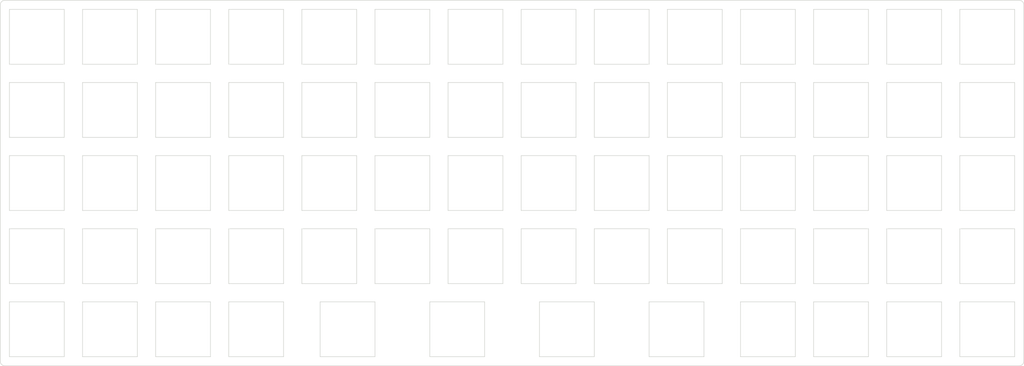
<source format=kicad_pcb>
(kicad_pcb (version 4) (host pcbnew 4.0.6)

  (general
    (links 0)
    (no_connects 0)
    (area 16.593749 18.974999 283.443751 114.375001)
    (thickness 1.6)
    (drawings 280)
    (tracks 0)
    (zones 0)
    (modules 0)
    (nets 1)
  )

  (page A4)
  (layers
    (0 F.Cu signal)
    (31 B.Cu signal)
    (32 B.Adhes user)
    (33 F.Adhes user)
    (34 B.Paste user)
    (35 F.Paste user)
    (36 B.SilkS user)
    (37 F.SilkS user)
    (38 B.Mask user)
    (39 F.Mask user)
    (40 Dwgs.User user)
    (41 Cmts.User user)
    (42 Eco1.User user)
    (43 Eco2.User user)
    (44 Edge.Cuts user)
    (45 Margin user)
    (46 B.CrtYd user)
    (47 F.CrtYd user)
    (48 B.Fab user)
    (49 F.Fab user)
  )

  (setup
    (last_trace_width 0.25)
    (trace_clearance 0.2)
    (zone_clearance 0.508)
    (zone_45_only no)
    (trace_min 0.2)
    (segment_width 0.2)
    (edge_width 0.15)
    (via_size 0.6)
    (via_drill 0.4)
    (via_min_size 0.4)
    (via_min_drill 0.3)
    (uvia_size 0.3)
    (uvia_drill 0.1)
    (uvias_allowed no)
    (uvia_min_size 0.2)
    (uvia_min_drill 0.1)
    (pcb_text_width 0.3)
    (pcb_text_size 1.5 1.5)
    (mod_edge_width 0.15)
    (mod_text_size 1 1)
    (mod_text_width 0.15)
    (pad_size 1.524 1.524)
    (pad_drill 0.762)
    (pad_to_mask_clearance 0.2)
    (aux_axis_origin 0 0)
    (visible_elements 7FFFFFFF)
    (pcbplotparams
      (layerselection 0x010fc_80000001)
      (usegerberextensions true)
      (excludeedgelayer true)
      (linewidth 0.100000)
      (plotframeref false)
      (viasonmask false)
      (mode 1)
      (useauxorigin false)
      (hpglpennumber 1)
      (hpglpenspeed 20)
      (hpglpendiameter 15)
      (hpglpenoverlay 2)
      (psnegative false)
      (psa4output false)
      (plotreference true)
      (plotvalue true)
      (plotinvisibletext false)
      (padsonsilk false)
      (subtractmaskfromsilk false)
      (outputformat 1)
      (mirror false)
      (drillshape 0)
      (scaleselection 1)
      (outputdirectory gerber/))
  )

  (net 0 "")

  (net_class Default "This is the default net class."
    (clearance 0.2)
    (trace_width 0.25)
    (via_dia 0.6)
    (via_drill 0.4)
    (uvia_dia 0.3)
    (uvia_drill 0.1)
  )

  (gr_line (start 266.7 111.91875) (end 266.7 97.63125) (angle 90) (layer Edge.Cuts) (width 0.15))
  (gr_line (start 280.9875 111.91875) (end 266.7 111.91875) (angle 90) (layer Edge.Cuts) (width 0.15))
  (gr_line (start 280.9875 97.63125) (end 280.9875 111.91875) (angle 90) (layer Edge.Cuts) (width 0.15))
  (gr_line (start 266.7 97.63125) (end 280.9875 97.63125) (angle 90) (layer Edge.Cuts) (width 0.15))
  (gr_line (start 247.65 111.91875) (end 247.65 97.63125) (angle 90) (layer Edge.Cuts) (width 0.15))
  (gr_line (start 261.9375 111.91875) (end 247.65 111.91875) (angle 90) (layer Edge.Cuts) (width 0.15))
  (gr_line (start 261.9375 97.63125) (end 261.9375 111.91875) (angle 90) (layer Edge.Cuts) (width 0.15))
  (gr_line (start 247.65 97.63125) (end 261.9375 97.63125) (angle 90) (layer Edge.Cuts) (width 0.15))
  (gr_line (start 228.6 111.91875) (end 228.6 97.63125) (angle 90) (layer Edge.Cuts) (width 0.15))
  (gr_line (start 242.8875 111.91875) (end 228.6 111.91875) (angle 90) (layer Edge.Cuts) (width 0.15))
  (gr_line (start 242.8875 97.63125) (end 242.8875 111.91875) (angle 90) (layer Edge.Cuts) (width 0.15))
  (gr_line (start 228.6 97.63125) (end 242.8875 97.63125) (angle 90) (layer Edge.Cuts) (width 0.15))
  (gr_line (start 209.55 111.91875) (end 209.55 97.63125) (angle 90) (layer Edge.Cuts) (width 0.15))
  (gr_line (start 223.8375 111.91875) (end 209.55 111.91875) (angle 90) (layer Edge.Cuts) (width 0.15))
  (gr_line (start 223.8375 97.63125) (end 223.8375 111.91875) (angle 90) (layer Edge.Cuts) (width 0.15))
  (gr_line (start 209.55 97.63125) (end 223.8375 97.63125) (angle 90) (layer Edge.Cuts) (width 0.15))
  (gr_line (start 185.7375 111.91875) (end 185.7375 97.63125) (angle 90) (layer Edge.Cuts) (width 0.15))
  (gr_line (start 200.025 111.91875) (end 185.7375 111.91875) (angle 90) (layer Edge.Cuts) (width 0.15))
  (gr_line (start 200.025 97.63125) (end 200.025 111.91875) (angle 90) (layer Edge.Cuts) (width 0.15))
  (gr_line (start 185.7375 97.63125) (end 200.025 97.63125) (angle 90) (layer Edge.Cuts) (width 0.15))
  (gr_line (start 157.1625 111.91875) (end 157.1625 97.63125) (angle 90) (layer Edge.Cuts) (width 0.15))
  (gr_line (start 171.45 111.91875) (end 157.1625 111.91875) (angle 90) (layer Edge.Cuts) (width 0.15))
  (gr_line (start 171.45 97.63125) (end 171.45 111.91875) (angle 90) (layer Edge.Cuts) (width 0.15))
  (gr_line (start 157.1625 97.63125) (end 171.45 97.63125) (angle 90) (layer Edge.Cuts) (width 0.15))
  (gr_line (start 128.5875 111.91875) (end 128.5875 97.63125) (angle 90) (layer Edge.Cuts) (width 0.15))
  (gr_line (start 142.875 111.91875) (end 128.5875 111.91875) (angle 90) (layer Edge.Cuts) (width 0.15))
  (gr_line (start 142.875 97.63125) (end 142.875 111.91875) (angle 90) (layer Edge.Cuts) (width 0.15))
  (gr_line (start 128.5875 97.63125) (end 142.875 97.63125) (angle 90) (layer Edge.Cuts) (width 0.15))
  (gr_line (start 100.0125 111.91875) (end 100.0125 97.63125) (angle 90) (layer Edge.Cuts) (width 0.15))
  (gr_line (start 114.3 111.91875) (end 100.0125 111.91875) (angle 90) (layer Edge.Cuts) (width 0.15))
  (gr_line (start 114.3 97.63125) (end 114.3 111.91875) (angle 90) (layer Edge.Cuts) (width 0.15))
  (gr_line (start 100.0125 97.63125) (end 114.3 97.63125) (angle 90) (layer Edge.Cuts) (width 0.15))
  (gr_line (start 76.2 111.91875) (end 76.2 97.63125) (angle 90) (layer Edge.Cuts) (width 0.15))
  (gr_line (start 90.4875 111.91875) (end 76.2 111.91875) (angle 90) (layer Edge.Cuts) (width 0.15))
  (gr_line (start 90.4875 97.63125) (end 90.4875 111.91875) (angle 90) (layer Edge.Cuts) (width 0.15))
  (gr_line (start 76.2 97.63125) (end 90.4875 97.63125) (angle 90) (layer Edge.Cuts) (width 0.15))
  (gr_line (start 57.15 111.91875) (end 57.15 97.63125) (angle 90) (layer Edge.Cuts) (width 0.15))
  (gr_line (start 71.4375 111.91875) (end 57.15 111.91875) (angle 90) (layer Edge.Cuts) (width 0.15))
  (gr_line (start 71.4375 97.63125) (end 71.4375 111.91875) (angle 90) (layer Edge.Cuts) (width 0.15))
  (gr_line (start 57.15 97.63125) (end 71.4375 97.63125) (angle 90) (layer Edge.Cuts) (width 0.15))
  (gr_line (start 38.1 111.91875) (end 38.1 97.63125) (angle 90) (layer Edge.Cuts) (width 0.15))
  (gr_line (start 52.3875 111.91875) (end 38.1 111.91875) (angle 90) (layer Edge.Cuts) (width 0.15))
  (gr_line (start 52.3875 97.63125) (end 52.3875 111.91875) (angle 90) (layer Edge.Cuts) (width 0.15))
  (gr_line (start 38.1 97.63125) (end 52.3875 97.63125) (angle 90) (layer Edge.Cuts) (width 0.15))
  (gr_line (start 19.05 111.91875) (end 19.05 97.63125) (angle 90) (layer Edge.Cuts) (width 0.15))
  (gr_line (start 33.3375 111.91875) (end 19.05 111.91875) (angle 90) (layer Edge.Cuts) (width 0.15))
  (gr_line (start 33.3375 97.63125) (end 33.3375 111.91875) (angle 90) (layer Edge.Cuts) (width 0.15))
  (gr_line (start 19.05 97.63125) (end 33.3375 97.63125) (angle 90) (layer Edge.Cuts) (width 0.15))
  (gr_line (start 266.7 92.86875) (end 266.7 78.58125) (angle 90) (layer Edge.Cuts) (width 0.15))
  (gr_line (start 280.9875 92.86875) (end 266.7 92.86875) (angle 90) (layer Edge.Cuts) (width 0.15))
  (gr_line (start 280.9875 78.58125) (end 280.9875 92.86875) (angle 90) (layer Edge.Cuts) (width 0.15))
  (gr_line (start 266.7 78.58125) (end 280.9875 78.58125) (angle 90) (layer Edge.Cuts) (width 0.15))
  (gr_line (start 247.65 92.86875) (end 247.65 78.58125) (angle 90) (layer Edge.Cuts) (width 0.15))
  (gr_line (start 261.9375 92.86875) (end 247.65 92.86875) (angle 90) (layer Edge.Cuts) (width 0.15))
  (gr_line (start 261.9375 78.58125) (end 261.9375 92.86875) (angle 90) (layer Edge.Cuts) (width 0.15))
  (gr_line (start 247.65 78.58125) (end 261.9375 78.58125) (angle 90) (layer Edge.Cuts) (width 0.15))
  (gr_line (start 228.6 92.86875) (end 228.6 78.58125) (angle 90) (layer Edge.Cuts) (width 0.15))
  (gr_line (start 242.8875 92.86875) (end 228.6 92.86875) (angle 90) (layer Edge.Cuts) (width 0.15))
  (gr_line (start 242.8875 78.58125) (end 242.8875 92.86875) (angle 90) (layer Edge.Cuts) (width 0.15))
  (gr_line (start 228.6 78.58125) (end 242.8875 78.58125) (angle 90) (layer Edge.Cuts) (width 0.15))
  (gr_line (start 209.55 92.86875) (end 209.55 78.58125) (angle 90) (layer Edge.Cuts) (width 0.15))
  (gr_line (start 223.8375 92.86875) (end 209.55 92.86875) (angle 90) (layer Edge.Cuts) (width 0.15))
  (gr_line (start 223.8375 78.58125) (end 223.8375 92.86875) (angle 90) (layer Edge.Cuts) (width 0.15))
  (gr_line (start 209.55 78.58125) (end 223.8375 78.58125) (angle 90) (layer Edge.Cuts) (width 0.15))
  (gr_line (start 190.5 78.58125) (end 204.7875 78.58125) (angle 90) (layer Edge.Cuts) (width 0.15))
  (gr_line (start 190.5 92.86875) (end 190.5 78.58125) (angle 90) (layer Edge.Cuts) (width 0.15))
  (gr_line (start 204.7875 92.86875) (end 190.5 92.86875) (angle 90) (layer Edge.Cuts) (width 0.15))
  (gr_line (start 204.7875 78.58125) (end 204.7875 92.86875) (angle 90) (layer Edge.Cuts) (width 0.15))
  (gr_line (start 171.45 92.86875) (end 171.45 78.58125) (angle 90) (layer Edge.Cuts) (width 0.15))
  (gr_line (start 185.7375 92.86875) (end 171.45 92.86875) (angle 90) (layer Edge.Cuts) (width 0.15))
  (gr_line (start 185.7375 78.58125) (end 185.7375 92.86875) (angle 90) (layer Edge.Cuts) (width 0.15))
  (gr_line (start 171.45 78.58125) (end 185.7375 78.58125) (angle 90) (layer Edge.Cuts) (width 0.15))
  (gr_line (start 152.4 92.86875) (end 152.4 78.58125) (angle 90) (layer Edge.Cuts) (width 0.15))
  (gr_line (start 166.6875 92.86875) (end 152.4 92.86875) (angle 90) (layer Edge.Cuts) (width 0.15))
  (gr_line (start 166.6875 78.58125) (end 166.6875 92.86875) (angle 90) (layer Edge.Cuts) (width 0.15))
  (gr_line (start 152.4 78.58125) (end 166.6875 78.58125) (angle 90) (layer Edge.Cuts) (width 0.15))
  (gr_line (start 133.35 92.86875) (end 133.35 78.58125) (angle 90) (layer Edge.Cuts) (width 0.15))
  (gr_line (start 147.6375 92.86875) (end 133.35 92.86875) (angle 90) (layer Edge.Cuts) (width 0.15))
  (gr_line (start 147.6375 78.58125) (end 147.6375 92.86875) (angle 90) (layer Edge.Cuts) (width 0.15))
  (gr_line (start 133.35 78.58125) (end 147.6375 78.58125) (angle 90) (layer Edge.Cuts) (width 0.15))
  (gr_line (start 114.3 92.86875) (end 114.3 78.58125) (angle 90) (layer Edge.Cuts) (width 0.15))
  (gr_line (start 128.5875 92.86875) (end 114.3 92.86875) (angle 90) (layer Edge.Cuts) (width 0.15))
  (gr_line (start 128.5875 78.58125) (end 128.5875 92.86875) (angle 90) (layer Edge.Cuts) (width 0.15))
  (gr_line (start 114.3 78.58125) (end 128.5875 78.58125) (angle 90) (layer Edge.Cuts) (width 0.15))
  (gr_line (start 95.25 92.86875) (end 95.25 78.58125) (angle 90) (layer Edge.Cuts) (width 0.15))
  (gr_line (start 109.5375 92.86875) (end 95.25 92.86875) (angle 90) (layer Edge.Cuts) (width 0.15))
  (gr_line (start 109.5375 78.58125) (end 109.5375 92.86875) (angle 90) (layer Edge.Cuts) (width 0.15))
  (gr_line (start 95.25 78.58125) (end 109.5375 78.58125) (angle 90) (layer Edge.Cuts) (width 0.15))
  (gr_line (start 76.2 92.86875) (end 76.2 78.58125) (angle 90) (layer Edge.Cuts) (width 0.15))
  (gr_line (start 90.4875 92.86875) (end 76.2 92.86875) (angle 90) (layer Edge.Cuts) (width 0.15))
  (gr_line (start 90.4875 78.58125) (end 90.4875 92.86875) (angle 90) (layer Edge.Cuts) (width 0.15))
  (gr_line (start 76.2 78.58125) (end 90.4875 78.58125) (angle 90) (layer Edge.Cuts) (width 0.15))
  (gr_line (start 57.15 92.86875) (end 57.15 78.58125) (angle 90) (layer Edge.Cuts) (width 0.15))
  (gr_line (start 71.4375 92.86875) (end 57.15 92.86875) (angle 90) (layer Edge.Cuts) (width 0.15))
  (gr_line (start 71.4375 78.58125) (end 71.4375 92.86875) (angle 90) (layer Edge.Cuts) (width 0.15))
  (gr_line (start 57.15 78.58125) (end 71.4375 78.58125) (angle 90) (layer Edge.Cuts) (width 0.15))
  (gr_line (start 38.1 92.86875) (end 38.1 78.58125) (angle 90) (layer Edge.Cuts) (width 0.15))
  (gr_line (start 52.3875 92.86875) (end 38.1 92.86875) (angle 90) (layer Edge.Cuts) (width 0.15))
  (gr_line (start 52.3875 78.58125) (end 52.3875 92.86875) (angle 90) (layer Edge.Cuts) (width 0.15))
  (gr_line (start 38.1 78.58125) (end 52.3875 78.58125) (angle 90) (layer Edge.Cuts) (width 0.15))
  (gr_line (start 19.05 92.86875) (end 19.05 78.58125) (angle 90) (layer Edge.Cuts) (width 0.15))
  (gr_line (start 33.3375 92.86875) (end 19.05 92.86875) (angle 90) (layer Edge.Cuts) (width 0.15))
  (gr_line (start 33.3375 78.58125) (end 33.3375 92.86875) (angle 90) (layer Edge.Cuts) (width 0.15))
  (gr_line (start 19.05 78.58125) (end 33.3375 78.58125) (angle 90) (layer Edge.Cuts) (width 0.15))
  (gr_line (start 19.05 73.81875) (end 19.05 59.53125) (angle 90) (layer Edge.Cuts) (width 0.15))
  (gr_line (start 33.3375 73.81875) (end 19.05 73.81875) (angle 90) (layer Edge.Cuts) (width 0.15))
  (gr_line (start 33.3375 59.53125) (end 33.3375 73.81875) (angle 90) (layer Edge.Cuts) (width 0.15))
  (gr_line (start 19.05 59.53125) (end 33.3375 59.53125) (angle 90) (layer Edge.Cuts) (width 0.15))
  (gr_line (start 38.1 59.53125) (end 52.3875 59.53125) (angle 90) (layer Edge.Cuts) (width 0.15))
  (gr_line (start 38.1 73.81875) (end 38.1 59.53125) (angle 90) (layer Edge.Cuts) (width 0.15))
  (gr_line (start 52.3875 73.81875) (end 38.1 73.81875) (angle 90) (layer Edge.Cuts) (width 0.15))
  (gr_line (start 52.3875 59.53125) (end 52.3875 73.81875) (angle 90) (layer Edge.Cuts) (width 0.15))
  (gr_line (start 57.15 59.53125) (end 71.4375 59.53125) (angle 90) (layer Edge.Cuts) (width 0.15))
  (gr_line (start 57.15 73.81875) (end 57.15 59.53125) (angle 90) (layer Edge.Cuts) (width 0.15))
  (gr_line (start 71.4375 73.81875) (end 57.15 73.81875) (angle 90) (layer Edge.Cuts) (width 0.15))
  (gr_line (start 71.4375 59.53125) (end 71.4375 73.81875) (angle 90) (layer Edge.Cuts) (width 0.15))
  (gr_line (start 76.2 59.53125) (end 90.4875 59.53125) (angle 90) (layer Edge.Cuts) (width 0.15))
  (gr_line (start 76.2 73.81875) (end 76.2 59.53125) (angle 90) (layer Edge.Cuts) (width 0.15))
  (gr_line (start 90.4875 73.81875) (end 76.2 73.81875) (angle 90) (layer Edge.Cuts) (width 0.15))
  (gr_line (start 90.4875 59.53125) (end 90.4875 73.81875) (angle 90) (layer Edge.Cuts) (width 0.15))
  (gr_line (start 95.25 59.53125) (end 109.5375 59.53125) (angle 90) (layer Edge.Cuts) (width 0.15))
  (gr_line (start 95.25 73.81875) (end 95.25 59.53125) (angle 90) (layer Edge.Cuts) (width 0.15))
  (gr_line (start 109.5375 73.81875) (end 95.25 73.81875) (angle 90) (layer Edge.Cuts) (width 0.15))
  (gr_line (start 109.5375 59.53125) (end 109.5375 73.81875) (angle 90) (layer Edge.Cuts) (width 0.15))
  (gr_line (start 114.3 59.53125) (end 128.5875 59.53125) (angle 90) (layer Edge.Cuts) (width 0.15))
  (gr_line (start 114.3 73.81875) (end 114.3 59.53125) (angle 90) (layer Edge.Cuts) (width 0.15))
  (gr_line (start 128.5875 73.81875) (end 114.3 73.81875) (angle 90) (layer Edge.Cuts) (width 0.15))
  (gr_line (start 128.5875 59.53125) (end 128.5875 73.81875) (angle 90) (layer Edge.Cuts) (width 0.15))
  (gr_line (start 133.35 59.53125) (end 147.6375 59.53125) (angle 90) (layer Edge.Cuts) (width 0.15))
  (gr_line (start 133.35 73.81875) (end 133.35 59.53125) (angle 90) (layer Edge.Cuts) (width 0.15))
  (gr_line (start 147.6375 73.81875) (end 133.35 73.81875) (angle 90) (layer Edge.Cuts) (width 0.15))
  (gr_line (start 147.6375 59.53125) (end 147.6375 73.81875) (angle 90) (layer Edge.Cuts) (width 0.15))
  (gr_line (start 152.4 59.53125) (end 166.6875 59.53125) (angle 90) (layer Edge.Cuts) (width 0.15))
  (gr_line (start 152.4 73.81875) (end 152.4 59.53125) (angle 90) (layer Edge.Cuts) (width 0.15))
  (gr_line (start 166.6875 73.81875) (end 152.4 73.81875) (angle 90) (layer Edge.Cuts) (width 0.15))
  (gr_line (start 166.6875 59.53125) (end 166.6875 73.81875) (angle 90) (layer Edge.Cuts) (width 0.15))
  (gr_line (start 185.7375 73.81875) (end 185.7375 59.53125) (angle 90) (layer Edge.Cuts) (width 0.15))
  (gr_line (start 171.45 73.81875) (end 185.7375 73.81875) (angle 90) (layer Edge.Cuts) (width 0.15))
  (gr_line (start 171.45 59.53125) (end 171.45 73.81875) (angle 90) (layer Edge.Cuts) (width 0.15))
  (gr_line (start 185.7375 59.53125) (end 171.45 59.53125) (angle 90) (layer Edge.Cuts) (width 0.15))
  (gr_line (start 190.5 59.53125) (end 204.7875 59.53125) (angle 90) (layer Edge.Cuts) (width 0.15))
  (gr_line (start 190.5 73.81875) (end 190.5 59.53125) (angle 90) (layer Edge.Cuts) (width 0.15))
  (gr_line (start 204.7875 73.81875) (end 190.5 73.81875) (angle 90) (layer Edge.Cuts) (width 0.15))
  (gr_line (start 204.7875 59.53125) (end 204.7875 73.81875) (angle 90) (layer Edge.Cuts) (width 0.15))
  (gr_line (start 223.8375 73.81875) (end 223.8375 59.53125) (angle 90) (layer Edge.Cuts) (width 0.15))
  (gr_line (start 209.55 73.81875) (end 223.8375 73.81875) (angle 90) (layer Edge.Cuts) (width 0.15))
  (gr_line (start 209.55 59.53125) (end 209.55 73.81875) (angle 90) (layer Edge.Cuts) (width 0.15))
  (gr_line (start 223.8375 59.53125) (end 209.55 59.53125) (angle 90) (layer Edge.Cuts) (width 0.15))
  (gr_line (start 228.6 59.53125) (end 242.8875 59.53125) (angle 90) (layer Edge.Cuts) (width 0.15))
  (gr_line (start 228.6 73.81875) (end 228.6 59.53125) (angle 90) (layer Edge.Cuts) (width 0.15))
  (gr_line (start 242.8875 73.81875) (end 228.6 73.81875) (angle 90) (layer Edge.Cuts) (width 0.15))
  (gr_line (start 242.8875 59.53125) (end 242.8875 73.81875) (angle 90) (layer Edge.Cuts) (width 0.15))
  (gr_line (start 261.9375 73.81875) (end 261.9375 59.53125) (angle 90) (layer Edge.Cuts) (width 0.15))
  (gr_line (start 247.65 73.81875) (end 261.9375 73.81875) (angle 90) (layer Edge.Cuts) (width 0.15))
  (gr_line (start 247.65 59.53125) (end 247.65 73.81875) (angle 90) (layer Edge.Cuts) (width 0.15))
  (gr_line (start 261.9375 59.53125) (end 247.65 59.53125) (angle 90) (layer Edge.Cuts) (width 0.15))
  (gr_line (start 266.7 59.53125) (end 280.9875 59.53125) (angle 90) (layer Edge.Cuts) (width 0.15))
  (gr_line (start 266.7 73.81875) (end 266.7 59.53125) (angle 90) (layer Edge.Cuts) (width 0.15))
  (gr_line (start 280.9875 73.81875) (end 266.7 73.81875) (angle 90) (layer Edge.Cuts) (width 0.15))
  (gr_line (start 280.9875 59.53125) (end 280.9875 73.81875) (angle 90) (layer Edge.Cuts) (width 0.15))
  (gr_line (start 280.9875 54.76875) (end 266.7 54.76875) (angle 90) (layer Edge.Cuts) (width 0.15))
  (gr_line (start 280.9875 40.48125) (end 280.9875 54.76875) (angle 90) (layer Edge.Cuts) (width 0.15))
  (gr_line (start 266.7 40.48125) (end 280.9875 40.48125) (angle 90) (layer Edge.Cuts) (width 0.15))
  (gr_line (start 266.7 54.76875) (end 266.7 40.48125) (angle 90) (layer Edge.Cuts) (width 0.15))
  (gr_line (start 261.9375 54.76875) (end 247.65 54.76875) (angle 90) (layer Edge.Cuts) (width 0.15))
  (gr_line (start 261.9375 40.48125) (end 261.9375 54.76875) (angle 90) (layer Edge.Cuts) (width 0.15))
  (gr_line (start 247.65 40.48125) (end 261.9375 40.48125) (angle 90) (layer Edge.Cuts) (width 0.15))
  (gr_line (start 247.65 54.76875) (end 247.65 40.48125) (angle 90) (layer Edge.Cuts) (width 0.15))
  (gr_line (start 242.8875 54.76875) (end 228.6 54.76875) (angle 90) (layer Edge.Cuts) (width 0.15))
  (gr_line (start 242.8875 40.48125) (end 242.8875 54.76875) (angle 90) (layer Edge.Cuts) (width 0.15))
  (gr_line (start 228.6 40.48125) (end 242.8875 40.48125) (angle 90) (layer Edge.Cuts) (width 0.15))
  (gr_line (start 228.6 54.76875) (end 228.6 40.48125) (angle 90) (layer Edge.Cuts) (width 0.15))
  (gr_line (start 209.55 40.48125) (end 209.55 54.76875) (angle 90) (layer Edge.Cuts) (width 0.15))
  (gr_line (start 223.8375 40.48125) (end 209.55 40.48125) (angle 90) (layer Edge.Cuts) (width 0.15))
  (gr_line (start 223.8375 54.76875) (end 223.8375 40.48125) (angle 90) (layer Edge.Cuts) (width 0.15))
  (gr_line (start 209.55 54.76875) (end 223.8375 54.76875) (angle 90) (layer Edge.Cuts) (width 0.15))
  (gr_line (start 190.5 40.48125) (end 190.5 54.76875) (angle 90) (layer Edge.Cuts) (width 0.15))
  (gr_line (start 204.7875 40.48125) (end 190.5 40.48125) (angle 90) (layer Edge.Cuts) (width 0.15))
  (gr_line (start 204.7875 54.76875) (end 204.7875 40.48125) (angle 90) (layer Edge.Cuts) (width 0.15))
  (gr_line (start 190.5 54.76875) (end 204.7875 54.76875) (angle 90) (layer Edge.Cuts) (width 0.15))
  (gr_line (start 171.45 40.48125) (end 171.45 54.76875) (angle 90) (layer Edge.Cuts) (width 0.15))
  (gr_line (start 185.7375 40.48125) (end 171.45 40.48125) (angle 90) (layer Edge.Cuts) (width 0.15))
  (gr_line (start 185.7375 54.76875) (end 185.7375 40.48125) (angle 90) (layer Edge.Cuts) (width 0.15))
  (gr_line (start 171.45 54.76875) (end 185.7375 54.76875) (angle 90) (layer Edge.Cuts) (width 0.15))
  (gr_line (start 152.4 40.48125) (end 152.4 54.76875) (angle 90) (layer Edge.Cuts) (width 0.15))
  (gr_line (start 166.6875 40.48125) (end 152.4 40.48125) (angle 90) (layer Edge.Cuts) (width 0.15))
  (gr_line (start 166.6875 54.76875) (end 166.6875 40.48125) (angle 90) (layer Edge.Cuts) (width 0.15))
  (gr_line (start 152.4 54.76875) (end 166.6875 54.76875) (angle 90) (layer Edge.Cuts) (width 0.15))
  (gr_line (start 133.35 40.48125) (end 133.35 54.76875) (angle 90) (layer Edge.Cuts) (width 0.15))
  (gr_line (start 147.6375 40.48125) (end 133.35 40.48125) (angle 90) (layer Edge.Cuts) (width 0.15))
  (gr_line (start 147.6375 54.76875) (end 147.6375 40.48125) (angle 90) (layer Edge.Cuts) (width 0.15))
  (gr_line (start 133.35 54.76875) (end 147.6375 54.76875) (angle 90) (layer Edge.Cuts) (width 0.15))
  (gr_line (start 114.3 54.76875) (end 114.3 40.48125) (angle 90) (layer Edge.Cuts) (width 0.15))
  (gr_line (start 128.5875 54.76875) (end 114.3 54.76875) (angle 90) (layer Edge.Cuts) (width 0.15))
  (gr_line (start 128.5875 40.48125) (end 128.5875 54.76875) (angle 90) (layer Edge.Cuts) (width 0.15))
  (gr_line (start 114.3 40.48125) (end 128.5875 40.48125) (angle 90) (layer Edge.Cuts) (width 0.15))
  (gr_line (start 95.25 54.76875) (end 95.25 40.48125) (angle 90) (layer Edge.Cuts) (width 0.15))
  (gr_line (start 109.5375 54.76875) (end 95.25 54.76875) (angle 90) (layer Edge.Cuts) (width 0.15))
  (gr_line (start 109.5375 40.48125) (end 109.5375 54.76875) (angle 90) (layer Edge.Cuts) (width 0.15))
  (gr_line (start 95.25 40.48125) (end 109.5375 40.48125) (angle 90) (layer Edge.Cuts) (width 0.15))
  (gr_line (start 76.2 54.76875) (end 76.2 40.48125) (angle 90) (layer Edge.Cuts) (width 0.15))
  (gr_line (start 90.4875 54.76875) (end 76.2 54.76875) (angle 90) (layer Edge.Cuts) (width 0.15))
  (gr_line (start 90.4875 40.48125) (end 90.4875 54.76875) (angle 90) (layer Edge.Cuts) (width 0.15))
  (gr_line (start 76.2 40.48125) (end 90.4875 40.48125) (angle 90) (layer Edge.Cuts) (width 0.15))
  (gr_line (start 57.15 54.76875) (end 57.15 40.48125) (angle 90) (layer Edge.Cuts) (width 0.15))
  (gr_line (start 71.4375 54.76875) (end 57.15 54.76875) (angle 90) (layer Edge.Cuts) (width 0.15))
  (gr_line (start 71.4375 40.48125) (end 71.4375 54.76875) (angle 90) (layer Edge.Cuts) (width 0.15))
  (gr_line (start 57.15 40.48125) (end 71.4375 40.48125) (angle 90) (layer Edge.Cuts) (width 0.15))
  (gr_line (start 38.1 40.48125) (end 38.1 54.76875) (angle 90) (layer Edge.Cuts) (width 0.15))
  (gr_line (start 52.3875 40.48125) (end 38.1 40.48125) (angle 90) (layer Edge.Cuts) (width 0.15))
  (gr_line (start 52.3875 54.76875) (end 52.3875 40.48125) (angle 90) (layer Edge.Cuts) (width 0.15))
  (gr_line (start 38.1 54.76875) (end 52.3875 54.76875) (angle 90) (layer Edge.Cuts) (width 0.15))
  (gr_line (start 19.05 40.48125) (end 19.05 54.76875) (angle 90) (layer Edge.Cuts) (width 0.15))
  (gr_line (start 33.3375 40.48125) (end 19.05 40.48125) (angle 90) (layer Edge.Cuts) (width 0.15))
  (gr_line (start 33.3375 54.76875) (end 33.3375 40.48125) (angle 90) (layer Edge.Cuts) (width 0.15))
  (gr_line (start 19.05 54.76875) (end 33.3375 54.76875) (angle 90) (layer Edge.Cuts) (width 0.15))
  (gr_line (start 266.7 35.71875) (end 266.7 21.43125) (angle 90) (layer Edge.Cuts) (width 0.15))
  (gr_line (start 280.9875 35.71875) (end 266.7 35.71875) (angle 90) (layer Edge.Cuts) (width 0.15))
  (gr_line (start 280.9875 21.43125) (end 280.9875 35.71875) (angle 90) (layer Edge.Cuts) (width 0.15))
  (gr_line (start 266.7 21.43125) (end 280.9875 21.43125) (angle 90) (layer Edge.Cuts) (width 0.15))
  (gr_line (start 247.65 35.71875) (end 247.65 21.43125) (angle 90) (layer Edge.Cuts) (width 0.15))
  (gr_line (start 261.9375 35.71875) (end 247.65 35.71875) (angle 90) (layer Edge.Cuts) (width 0.15))
  (gr_line (start 261.9375 21.43125) (end 261.9375 35.71875) (angle 90) (layer Edge.Cuts) (width 0.15))
  (gr_line (start 247.65 21.43125) (end 261.9375 21.43125) (angle 90) (layer Edge.Cuts) (width 0.15))
  (gr_line (start 228.6 21.43125) (end 242.8875 21.43125) (angle 90) (layer Edge.Cuts) (width 0.15))
  (gr_line (start 228.6 35.71875) (end 228.6 21.43125) (angle 90) (layer Edge.Cuts) (width 0.15))
  (gr_line (start 242.8875 35.71875) (end 228.6 35.71875) (angle 90) (layer Edge.Cuts) (width 0.15))
  (gr_line (start 242.8875 21.43125) (end 242.8875 35.71875) (angle 90) (layer Edge.Cuts) (width 0.15))
  (gr_line (start 209.55 35.71875) (end 209.55 21.43125) (angle 90) (layer Edge.Cuts) (width 0.15))
  (gr_line (start 223.8375 35.71875) (end 209.55 35.71875) (angle 90) (layer Edge.Cuts) (width 0.15))
  (gr_line (start 223.8375 21.43125) (end 223.8375 35.71875) (angle 90) (layer Edge.Cuts) (width 0.15))
  (gr_line (start 209.55 21.43125) (end 223.8375 21.43125) (angle 90) (layer Edge.Cuts) (width 0.15))
  (gr_line (start 190.5 35.71875) (end 190.5 21.43125) (angle 90) (layer Edge.Cuts) (width 0.15))
  (gr_line (start 204.7875 35.71875) (end 190.5 35.71875) (angle 90) (layer Edge.Cuts) (width 0.15))
  (gr_line (start 204.7875 21.43125) (end 204.7875 35.71875) (angle 90) (layer Edge.Cuts) (width 0.15))
  (gr_line (start 190.5 21.43125) (end 204.7875 21.43125) (angle 90) (layer Edge.Cuts) (width 0.15))
  (gr_line (start 171.45 35.71875) (end 171.45 21.43125) (angle 90) (layer Edge.Cuts) (width 0.15))
  (gr_line (start 185.7375 35.71875) (end 171.45 35.71875) (angle 90) (layer Edge.Cuts) (width 0.15))
  (gr_line (start 185.7375 21.43125) (end 185.7375 35.71875) (angle 90) (layer Edge.Cuts) (width 0.15))
  (gr_line (start 171.45 21.43125) (end 185.7375 21.43125) (angle 90) (layer Edge.Cuts) (width 0.15))
  (gr_line (start 152.4 35.71875) (end 152.4 21.43125) (angle 90) (layer Edge.Cuts) (width 0.15))
  (gr_line (start 166.6875 35.71875) (end 152.4 35.71875) (angle 90) (layer Edge.Cuts) (width 0.15))
  (gr_line (start 166.6875 21.43125) (end 166.6875 35.71875) (angle 90) (layer Edge.Cuts) (width 0.15))
  (gr_line (start 152.4 21.43125) (end 166.6875 21.43125) (angle 90) (layer Edge.Cuts) (width 0.15))
  (gr_line (start 133.35 35.71875) (end 133.35 21.43125) (angle 90) (layer Edge.Cuts) (width 0.15))
  (gr_line (start 147.6375 35.71875) (end 133.35 35.71875) (angle 90) (layer Edge.Cuts) (width 0.15))
  (gr_line (start 147.6375 21.43125) (end 147.6375 35.71875) (angle 90) (layer Edge.Cuts) (width 0.15))
  (gr_line (start 133.35 21.43125) (end 147.6375 21.43125) (angle 90) (layer Edge.Cuts) (width 0.15))
  (gr_line (start 114.3 35.71875) (end 114.3 21.43125) (angle 90) (layer Edge.Cuts) (width 0.15))
  (gr_line (start 128.5875 35.71875) (end 114.3 35.71875) (angle 90) (layer Edge.Cuts) (width 0.15))
  (gr_line (start 128.5875 21.43125) (end 128.5875 35.71875) (angle 90) (layer Edge.Cuts) (width 0.15))
  (gr_line (start 114.3 21.43125) (end 128.5875 21.43125) (angle 90) (layer Edge.Cuts) (width 0.15))
  (gr_line (start 95.25 35.71875) (end 95.25 21.43125) (angle 90) (layer Edge.Cuts) (width 0.15))
  (gr_line (start 109.5375 35.71875) (end 95.25 35.71875) (angle 90) (layer Edge.Cuts) (width 0.15))
  (gr_line (start 109.5375 21.43125) (end 109.5375 35.71875) (angle 90) (layer Edge.Cuts) (width 0.15))
  (gr_line (start 95.25 21.43125) (end 109.5375 21.43125) (angle 90) (layer Edge.Cuts) (width 0.15))
  (gr_line (start 76.2 35.71875) (end 76.2 21.43125) (angle 90) (layer Edge.Cuts) (width 0.15))
  (gr_line (start 90.4875 35.71875) (end 76.2 35.71875) (angle 90) (layer Edge.Cuts) (width 0.15))
  (gr_line (start 90.4875 21.43125) (end 90.4875 35.71875) (angle 90) (layer Edge.Cuts) (width 0.15))
  (gr_line (start 76.2 21.43125) (end 90.4875 21.43125) (angle 90) (layer Edge.Cuts) (width 0.15))
  (gr_line (start 57.15 35.71875) (end 57.15 21.43125) (angle 90) (layer Edge.Cuts) (width 0.15))
  (gr_line (start 71.4375 35.71875) (end 57.15 35.71875) (angle 90) (layer Edge.Cuts) (width 0.15))
  (gr_line (start 71.4375 21.43125) (end 71.4375 35.71875) (angle 90) (layer Edge.Cuts) (width 0.15))
  (gr_line (start 57.15 21.43125) (end 71.4375 21.43125) (angle 90) (layer Edge.Cuts) (width 0.15))
  (gr_line (start 38.1 35.71875) (end 38.1 21.43125) (angle 90) (layer Edge.Cuts) (width 0.15))
  (gr_line (start 52.3875 35.71875) (end 38.1 35.71875) (angle 90) (layer Edge.Cuts) (width 0.15))
  (gr_line (start 52.3875 21.43125) (end 52.3875 35.71875) (angle 90) (layer Edge.Cuts) (width 0.15))
  (gr_line (start 38.1 21.43125) (end 52.3875 21.43125) (angle 90) (layer Edge.Cuts) (width 0.15))
  (gr_line (start 19.05 35.71875) (end 19.05 21.43125) (angle 90) (layer Edge.Cuts) (width 0.15))
  (gr_line (start 33.3375 35.71875) (end 19.05 35.71875) (angle 90) (layer Edge.Cuts) (width 0.15))
  (gr_line (start 33.3375 21.43125) (end 33.3375 35.71875) (angle 90) (layer Edge.Cuts) (width 0.15))
  (gr_line (start 19.05 21.43125) (end 33.3375 21.43125) (angle 90) (layer Edge.Cuts) (width 0.15))
  (gr_line (start 16.66875 20.240625) (end 16.66875 113.109375) (angle 90) (layer Edge.Cuts) (width 0.15))
  (gr_line (start 282.178125 19.05) (end 17.859375 19.05) (angle 90) (layer Edge.Cuts) (width 0.15))
  (gr_line (start 283.36875 113.109375) (end 283.36875 20.240625) (angle 90) (layer Edge.Cuts) (width 0.15))
  (gr_line (start 17.859375 114.3) (end 282.178125 114.3) (angle 90) (layer Edge.Cuts) (width 0.15))
  (gr_arc (start 17.859375 113.109375) (end 17.859375 114.3) (angle 90) (layer Edge.Cuts) (width 0.15))
  (gr_arc (start 17.859375 20.240625) (end 16.66875 20.240625) (angle 90) (layer Edge.Cuts) (width 0.15))
  (gr_arc (start 282.178125 20.240625) (end 282.178125 19.05) (angle 90) (layer Edge.Cuts) (width 0.15))
  (gr_arc (start 282.178125 113.109375) (end 283.36875 113.109375) (angle 90) (layer Edge.Cuts) (width 0.15))

)

</source>
